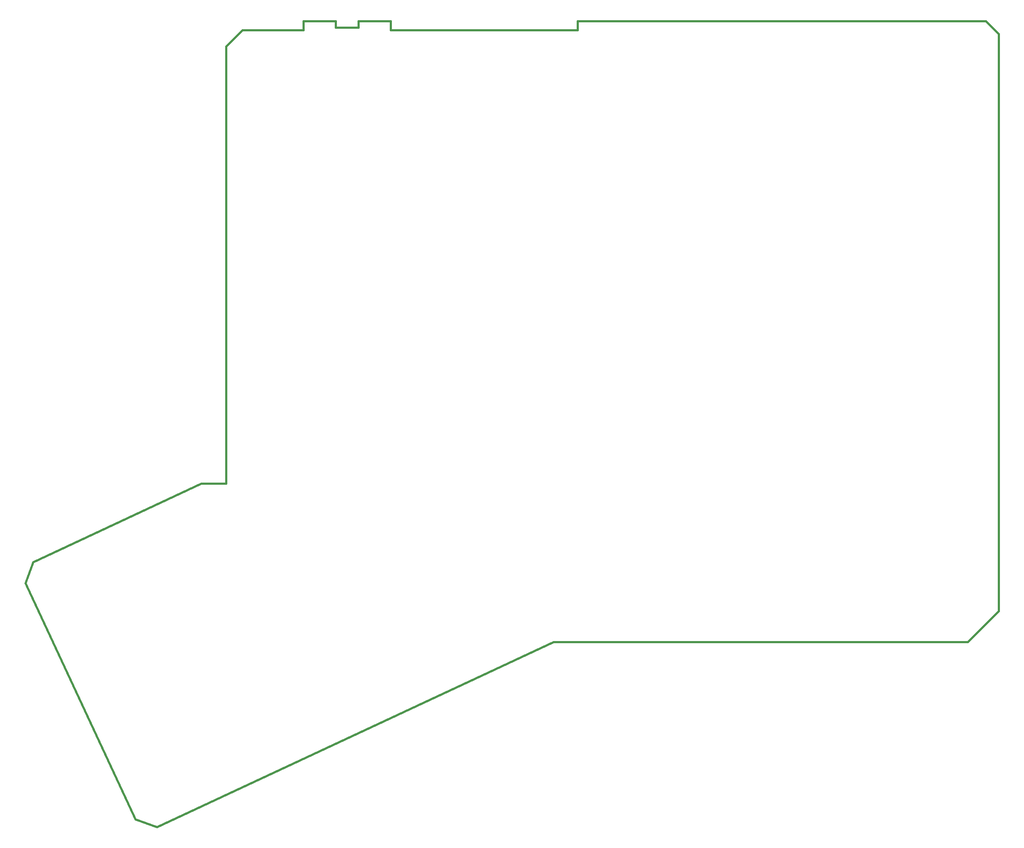
<source format=gbr>
G04 (created by PCBNEW (2013-07-07 BZR 4022)-stable) date 2016/07/10 20:03:31*
%MOIN*%
G04 Gerber Fmt 3.4, Leading zero omitted, Abs format*
%FSLAX34Y34*%
G01*
G70*
G90*
G04 APERTURE LIST*
%ADD10C,0.00590551*%
%ADD11C,0.015*%
G04 APERTURE END LIST*
G54D10*
G54D11*
X82200Y-60200D02*
X77400Y-60200D01*
X84600Y-57800D02*
X82200Y-60200D01*
X84600Y-45600D02*
X84600Y-57800D01*
X84600Y-31000D02*
X84600Y-45600D01*
X84600Y-13000D02*
X84600Y-31000D01*
X83600Y-12000D02*
X84600Y-13000D01*
X56400Y-12000D02*
X83600Y-12000D01*
X50060Y-60200D02*
X77320Y-60200D01*
X56460Y-12000D02*
X51930Y-12000D01*
X51930Y-12000D02*
X51930Y-12700D01*
X51930Y-12700D02*
X37420Y-12700D01*
X37420Y-12700D02*
X37420Y-12000D01*
X37420Y-12000D02*
X34925Y-12000D01*
X34925Y-12000D02*
X34925Y-12500D01*
X34925Y-12500D02*
X33155Y-12500D01*
X33155Y-12500D02*
X33155Y-12000D01*
X33155Y-12000D02*
X30660Y-12000D01*
X30660Y-12000D02*
X30660Y-12700D01*
X30660Y-12700D02*
X25910Y-12700D01*
X25910Y-12700D02*
X24650Y-13950D01*
X24650Y-13950D02*
X24650Y-47900D01*
X24650Y-47900D02*
X22720Y-47900D01*
X22720Y-47900D02*
X9692Y-53975D01*
X9692Y-53975D02*
X9087Y-55636D01*
X9087Y-55636D02*
X17624Y-73944D01*
X17624Y-73944D02*
X19285Y-74548D01*
X19285Y-74548D02*
X50060Y-60200D01*
M02*

</source>
